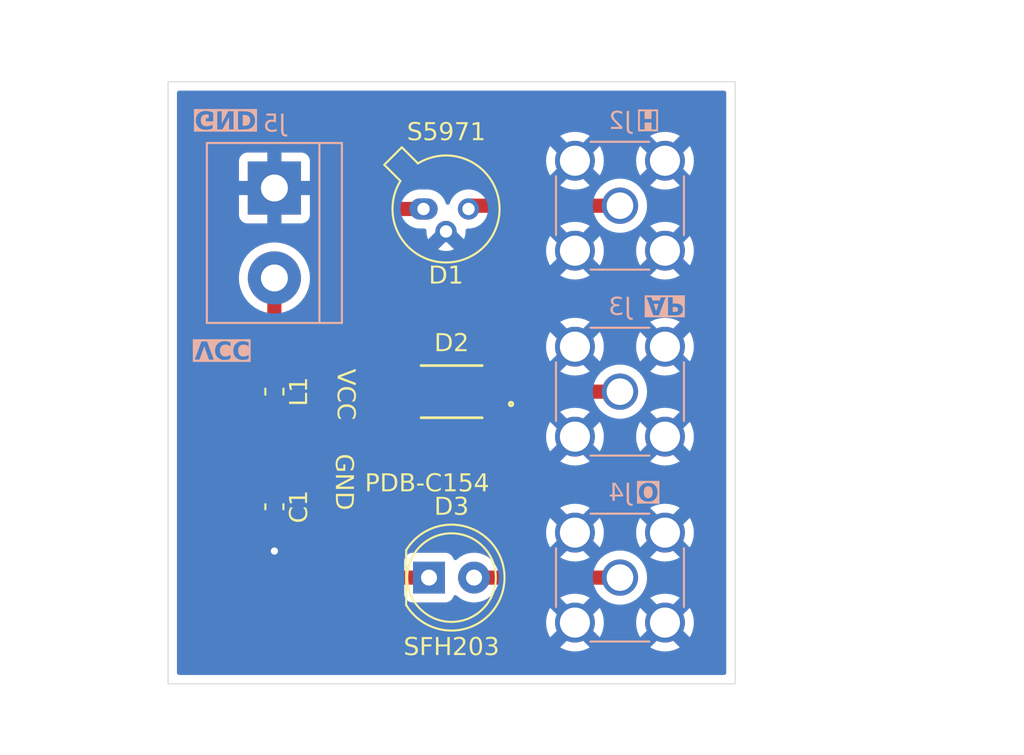
<source format=kicad_pcb>
(kicad_pcb (version 20240108) (generator "pcbnew") (generator_version "8.0")
  (layers (0 "F.Cu" signal) (31 "B.Cu" signal) (34 "B.Paste" user) (35 "F.Paste" user) (36 "B.SilkS" user "B.Silkscreen") (37 "F.SilkS" user "F.Silkscreen") (38 "B.Mask" user) (39 "F.Mask" user) (44 "Edge.Cuts" user))
  (net 0 "")
  (net 1 "GND")
  (net 2 "Net-(D1-A)")
  (net 3 "Net-(D1-K)")
  (net 4 "Net-(J3-In)")
  (net 5 "Net-(D3-A)")
  (net 6 "Net-(J5-Pin_2)")
  (footprint "Package_TO_SOT_THT:TO-18-3" (layer "F.Cu") (at 114.414724 67.184724)
    (property "Reference" "D1" (at 1.27 3.8 0) (layer "F.SilkS"))
    (property "Value" "S5971" (at 1.285276 -4.3 0) (layer "F.SilkS"))
    (fp_line (start -2.214448 -2.494499) (end -1.302281 -1.582331) (stroke (width 0.12)) (layer "F.SilkS"))
    (fp_line (start -1.224499 -3.484448) (end -2.214448 -2.494499) (stroke (width 0.12)) (layer "F.SilkS"))
    (fp_line (start -0.312331 -2.572281) (end -1.224499 -3.484448) (stroke (width 0.12)) (layer "F.SilkS"))
    (fp_arc (start -0.312331 -2.572281) (mid 3.405463 2.135463) (end -1.302281 -1.582331) (stroke (width 0.12)) (layer "F.SilkS"))
    (pad "1" thru_hole oval (at 0 0) (size 1.6 1.2) (drill 0.7) (layers "*.Cu" "*.Mask") (net 3 "Net-(D1-K)"))
    (pad "2" thru_hole circle (at 1.27 1.27) (size 1.2 1.2) (drill 0.7) (layers "*.Cu" "*.Mask") (net 1 "GND"))
    (pad "3" thru_hole circle (at 2.54 0) (size 1.2 1.2) (drill 0.7) (layers "*.Cu" "*.Mask") (net 2 "Net-(D1-A)"))
  )
  (footprint "LED_THT:LED_D5.0mm_IRGrey" (layer "F.Cu") (at 114.725 88)
    (property "Reference" "D3" (at 1.27 -3.96 0) (layer "F.SilkS"))
    (property "Value" "SFH203" (at 1.27 3.96 0) (layer "F.SilkS"))
    (fp_line (start -1.29 -1.545) (end -1.29 1.545) (stroke (width 0.12)) (layer "F.SilkS"))
    (fp_arc (start -1.29 -1.54483) (mid 2.071756 -2.880501) (end 4.26 -0.000048) (stroke (width 0.12)) (layer "F.SilkS"))
    (fp_arc (start 4.26 0.000048) (mid 2.071756 2.880501) (end -1.29 1.54483) (stroke (width 0.12)) (layer "F.SilkS"))
    (fp_circle (center 1.27 0) (end 3.77 0) (stroke (width 0.12)) (fill none) (layer "F.SilkS"))
    (pad "1" thru_hole rect (at 0 0) (size 1.8 1.8) (drill 0.9) (layers "*.Cu" "*.Mask") (net 3 "Net-(D1-K)"))
    (pad "2" thru_hole circle (at 2.54 0) (size 1.8 1.8) (drill 0.9) (layers "*.Cu" "*.Mask") (net 5 "Net-(D3-A)"))
  )
  (footprint "Inductor_SMD:L_0603_1608Metric_Pad1.05x0.95mm_HandSolder" (layer "F.Cu") (at 106 77.5 -90)
    (property "Reference" "L1" (at 0 -1.43 90) (layer "F.SilkS"))
    (property "Value" "BLM18BA100SN1D")
    (fp_line (start -0.171268 0.51) (end 0.171268 0.51) (stroke (width 0.12)) (layer "F.SilkS"))
    (fp_line (start -0.171268 -0.51) (end 0.171268 -0.51) (stroke (width 0.12)) (layer "F.SilkS"))
    (pad "1" smd roundrect (at -0.874999 0 270) (size 1.05 0.95) (layers "F.Cu" "F.Paste" "F.Mask") (net 6 "Net-(J5-Pin_2)"))
    (pad "2" smd roundrect (at 0.874999 0 270) (size 1.05 0.95) (layers "F.Cu" "F.Paste" "F.Mask") (net 3 "Net-(D1-K)"))
  )
  (footprint "Lumicom_Photodiode:PDB-C154SM_ADP" (layer "F.Cu") (at 116 77.5 180)
    (property "Reference" "D2" (at 0 2.7 0) (layer "F.SilkS"))
    (property "Value" "PDB-C154SM" (hide yes))
    (fp_line (start 1.7272 -1.4732) (end -1.7272 -1.4732) (stroke (width 0.1524)) (layer "F.SilkS"))
    (fp_line (start -1.7272 1.4732) (end 1.7272 1.4732) (stroke (width 0.1524)) (layer "F.SilkS"))
    (fp_circle (center -3.3528 -0.6985) (end -3.2512 -0.6985) (stroke (width 0.1524)) (fill none) (layer "F.SilkS"))
    (pad "1" smd rect (at -1.4478 -0.6985 180) (size 0.9144 0.8382) (layers "F.Cu" "F.Paste" "F.Mask") (net 4 "Net-(J3-In)"))
    (pad "2" smd rect (at -1.4478 0.6985 180) (size 0.9144 0.8382) (layers "F.Cu" "F.Paste" "F.Mask") (net 4 "Net-(J3-In)"))
    (pad "3" smd rect (at 1.4478 0.6985 180) (size 0.9144 0.8382) (layers "F.Cu" "F.Paste" "F.Mask") (net 3 "Net-(D1-K)"))
    (pad "4" smd rect (at 1.4478 -0.6985 180) (size 0.9144 0.8382) (layers "F.Cu" "F.Paste" "F.Mask") (net 3 "Net-(D1-K)"))
  )
  (footprint "Capacitor_SMD:C_0603_1608Metric_Pad1.08x0.95mm_HandSolder" (layer "F.Cu") (at 106 84 -90)
    (property "Reference" "C1" (at 0 -1.43 90) (layer "F.SilkS"))
    (property "Value" "10uF")
    (fp_line (start -0.146267 0.51) (end 0.146267 0.51) (stroke (width 0.12)) (layer "F.SilkS"))
    (fp_line (start -0.146267 -0.51) (end 0.146267 -0.51) (stroke (width 0.12)) (layer "F.SilkS"))
    (pad "1" smd roundrect (at -0.862501 0 270) (size 1.075 0.95) (layers "F.Cu" "F.Paste" "F.Mask") (net 3 "Net-(D1-K)"))
    (pad "2" smd roundrect (at 0.862501 0 270) (size 1.075 0.95) (layers "F.Cu" "F.Paste" "F.Mask") (net 1 "GND"))
  )
  (footprint "TerminalBlock:TerminalBlock_bornier-2_P5.08mm" (layer "B.Cu") (at 106 66 -90)
    (property "Reference" "J5" (at -3.599999 0 180) (layer "B.SilkS") (effects (justify mirror)))
    (property "Value" "Screw_Terminal_01x02")
    (fp_line (start -2.54 3.81) (end 7.62 3.81) (stroke (width 0.12)) (layer "B.SilkS"))
    (fp_line (start 7.62 3.81) (end 7.62 -3.81) (stroke (width 0.12)) (layer "B.SilkS"))
    (fp_line (start -2.54 -2.54) (end 7.62 -2.54) (stroke (width 0.12)) (layer "B.SilkS"))
    (fp_line (start -2.54 -3.81) (end -2.54 3.81) (stroke (width 0.12)) (layer "B.SilkS"))
    (fp_line (start 7.62 -3.81) (end -2.54 -3.81) (stroke (width 0.12)) (layer "B.SilkS"))
    (pad "1" thru_hole rect (at 0 0 270) (size 3 3) (drill 1.52) (layers "*.Cu" "*.Mask") (net 1 "GND"))
    (pad "2" thru_hole circle (at 5.079999 0 270) (size 3 3) (drill 1.52) (layers "*.Cu" "*.Mask") (net 6 "Net-(J5-Pin_2)"))
  )
  (footprint "Lumicom_Photodiode:RFPC-SMA28-F" (layer "B.Cu") (at 125.5 88 180)
    (property "Reference" "J4" (at 0 4.75 180) (layer "B.SilkS") (effects (justify mirror)))
    (property "Value" "RFPC-SMA28-F")
    (fp_line (start 3.61 -1.66) (end 3.61 1.66) (stroke (width 0.12)) (layer "B.SilkS"))
    (fp_line (start 1.66 3.61) (end -1.66 3.61) (stroke (width 0.12)) (layer "B.SilkS"))
    (fp_line (start 1.66 -3.61) (end -1.66 -3.61) (stroke (width 0.12)) (layer "B.SilkS"))
    (fp_line (start -3.61 -1.66) (end -3.61 1.66) (stroke (width 0.12)) (layer "B.SilkS"))
    (pad "1" thru_hole circle (at 0 0 180) (size 2.05 2.05) (drill 1.5) (layers "*.Cu" "*.Mask") (net 5 "Net-(D3-A)"))
    (pad "2" thru_hole circle (at -2.54 -2.54 180) (size 2.25 2.25) (drill 1.7) (layers "*.Cu" "*.Mask") (net 1 "GND"))
    (pad "2" thru_hole circle (at -2.54 2.54 180) (size 2.25 2.25) (drill 1.7) (layers "*.Cu" "*.Mask") (net 1 "GND"))
    (pad "2" thru_hole circle (at 2.54 -2.54 180) (size 2.25 2.25) (drill 1.7) (layers "*.Cu" "*.Mask") (net 1 "GND"))
    (pad "2" thru_hole circle (at 2.54 2.54 180) (size 2.25 2.25) (drill 1.7) (layers "*.Cu" "*.Mask") (net 1 "GND"))
  )
  (footprint "Lumicom_Photodiode:RFPC-SMA28-F" (layer "B.Cu") (at 125.5 67 180)
    (property "Reference" "J2" (at 0 4.75 180) (layer "B.SilkS") (effects (justify mirror)))
    (property "Value" "RFPC-SMA28-F")
    (fp_line (start 3.61 -1.66) (end 3.61 1.66) (stroke (width 0.12)) (layer "B.SilkS"))
    (fp_line (start 1.66 3.61) (end -1.66 3.61) (stroke (width 0.12)) (layer "B.SilkS"))
    (fp_line (start 1.66 -3.61) (end -1.66 -3.61) (stroke (width 0.12)) (layer "B.SilkS"))
    (fp_line (start -3.61 -1.66) (end -3.61 1.66) (stroke (width 0.12)) (layer "B.SilkS"))
    (pad "1" thru_hole circle (at 0 0 180) (size 2.05 2.05) (drill 1.5) (layers "*.Cu" "*.Mask") (net 2 "Net-(D1-A)"))
    (pad "2" thru_hole circle (at -2.54 -2.54 180) (size 2.25 2.25) (drill 1.7) (layers "*.Cu" "*.Mask") (net 1 "GND"))
    (pad "2" thru_hole circle (at -2.54 2.54 180) (size 2.25 2.25) (drill 1.7) (layers "*.Cu" "*.Mask") (net 1 "GND"))
    (pad "2" thru_hole circle (at 2.54 -2.54 180) (size 2.25 2.25) (drill 1.7) (layers "*.Cu" "*.Mask") (net 1 "GND"))
    (pad "2" thru_hole circle (at 2.54 2.54 180) (size 2.25 2.25) (drill 1.7) (layers "*.Cu" "*.Mask") (net 1 "GND"))
  )
  (footprint "Lumicom_Photodiode:RFPC-SMA28-F" (layer "B.Cu") (at 125.5 77.5 180)
    (property "Reference" "J3" (at 0 4.75 180) (layer "B.SilkS") (effects (justify mirror)))
    (property "Value" "RFPC-SMA28-F")
    (fp_line (start 3.61 -1.66) (end 3.61 1.66) (stroke (width 0.12)) (layer "B.SilkS"))
    (fp_line (start 1.66 3.61) (end -1.66 3.61) (stroke (width 0.12)) (layer "B.SilkS"))
    (fp_line (start 1.66 -3.61) (end -1.66 -3.61) (stroke (width 0.12)) (layer "B.SilkS"))
    (fp_line (start -3.61 -1.66) (end -3.61 1.66) (stroke (width 0.12)) (layer "B.SilkS"))
    (pad "1" thru_hole circle (at 0 0 180) (size 2.05 2.05) (drill 1.5) (layers "*.Cu" "*.Mask") (net 4 "Net-(J3-In)"))
    (pad "2" thru_hole circle (at -2.54 -2.54 180) (size 2.25 2.25) (drill 1.7) (layers "*.Cu" "*.Mask") (net 1 "GND"))
    (pad "2" thru_hole circle (at -2.54 2.54 180) (size 2.25 2.25) (drill 1.7) (layers "*.Cu" "*.Mask") (net 1 "GND"))
    (pad "2" thru_hole circle (at 2.54 -2.54 180) (size 2.25 2.25) (drill 1.7) (layers "*.Cu" "*.Mask") (net 1 "GND"))
    (pad "2" thru_hole circle (at 2.54 2.54 180) (size 2.25 2.25) (drill 1.7) (layers "*.Cu" "*.Mask") (net 1 "GND"))
  )
  (gr_rect (start 100 60) (end 132 94) (stroke (width 0.05)) (fill none) (layer "Edge.Cuts"))
  (gr_text "VCC" (at 101.5 74.5 180) (layer "B.SilkS" knockout) (effects (font (size 1 1) (thickness 0.15) (bold yes) (italic yes)) (justify left bottom mirror)))
  (gr_text "GND\n" (at 101.5 61.5 180) (layer "B.SilkS" knockout) (effects (font (size 1 1) (thickness 0.15) (bold yes) (italic yes)) (justify left bottom mirror)))
  (gr_text "AP" (at 127 72 180) (layer "B.SilkS" knockout) (effects (font (size 1 1) (thickness 0.15) (bold yes) (italic yes)) (justify left bottom mirror)))
  (gr_text "O" (at 126.5 82.5 180) (layer "B.SilkS" knockout) (effects (font (size 1 1) (thickness 0.15) (bold yes) (italic yes)) (justify left bottom mirror)))
  (gr_text "H" (at 126.5 61.5 180) (layer "B.SilkS" knockout) (effects (font (size 1 1) (thickness 0.15) (bold yes) (italic yes)) (justify left bottom mirror)))
  (gr_text "VCC" (at 109.4 76.2 -90) (layer "F.SilkS") (effects (font (size 1 1)) (justify left bottom)))
  (gr_text "GND\n" (at 109.3 81 -90) (layer "F.SilkS") (effects (font (size 1 1)) (justify left bottom)))
  (gr_text "PDB-C154" (at 111.1 83.3 0) (layer "F.SilkS") (effects (font (size 1 1)) (justify left bottom)))
  (segment (start 106 84.862501) (end 106 86.5) (width 0.8) (layer "F.Cu") (net 1))
  (via (at 106 86.5) (size 0.8128) (drill 0.4064) (layers "F.Cu" "B.Cu") (net 1))
  (segment (start 116.954724 67.184724) (end 117.139448 67) (width 0.8) (layer "F.Cu") (net 2))
  (segment (start 117.139448 67) (end 125.5 67) (width 0.8) (layer "F.Cu") (net 2))
  (segment (start 106 80.5) (end 106 78.374999) (width 0.8) (layer "F.Cu") (net 3))
  (segment (start 111 80.5) (end 111 86) (width 0.8) (layer "F.Cu") (net 3))
  (segment (start 111 77.5) (end 113.8537 77.5) (width 0.8) (layer "F.Cu") (net 3))
  (segment (start 111 80.5) (end 111 77.5) (width 0.8) (layer "F.Cu") (net 3))
  (segment (start 106 83.137499) (end 106 80.5) (width 0.8) (layer "F.Cu") (net 3))
  (segment (start 111 86) (end 113 88) (width 0.8) (layer "F.Cu") (net 3))
  (segment (start 112.815276 67.184724) (end 114.414724 67.184724) (width 0.8) (layer "F.Cu") (net 3))
  (segment (start 113.8537 77.5) (end 114.5522 78.1985) (width 0.8) (layer "F.Cu") (net 3))
  (segment (start 113 88) (end 114.725 88) (width 0.8) (layer "F.Cu") (net 3))
  (segment (start 111 69) (end 112.815276 67.184724) (width 0.8) (layer "F.Cu") (net 3))
  (segment (start 113.8537 77.5) (end 114.5522 76.8015) (width 0.8) (layer "F.Cu") (net 3))
  (segment (start 111 77.5) (end 111 69) (width 0.8) (layer "F.Cu") (net 3))
  (segment (start 106 80.5) (end 111 80.5) (width 0.8) (layer "F.Cu") (net 3))
  (segment (start 118.1463 77.5) (end 117.4478 78.1985) (width 0.8) (layer "F.Cu") (net 4))
  (segment (start 125.5 77.5) (end 118.1463 77.5) (width 0.8) (layer "F.Cu") (net 4))
  (segment (start 118.1463 77.5) (end 117.4478 76.8015) (width 0.8) (layer "F.Cu") (net 4))
  (segment (start 117.265 88) (end 125.5 88) (width 0.8) (layer "F.Cu") (net 5))
  (segment (start 106 76.625001) (end 106 71.079999) (width 0.8) (layer "F.Cu") (net 6))
  (zone (net 1) (net_name "GND") (layer "B.Cu") (connect_pads (clearance 0.5)) (min_thickness 0.25) (fill yes (thermal_gap 0.5) (thermal_bridge_width 0.8))
    (polygon (pts (xy 100.5 60.5) (xy 131.5 60.5) (xy 131.5 93.5) (xy 100.5 93.5)))
  )
)
</source>
